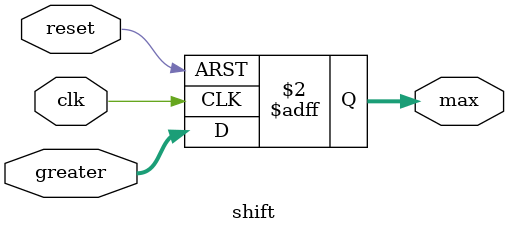
<source format=v>
module sunflower_prj(input CLOCK_50,
                     input [0:0] KEY,
                     input [11:0] ADC_value,
                     output [11:0] max
                     );

   reg [11:0] greatest =  12'b0;
   wire [11:0] greater;

   // Module connections
   max_value_comparator comp1(ADC_value, greatest, greater);

always @(posedge CLOCK_50) begin
       greatest <= greater; // Update greatest value on each clock cycle
   end

   shift s1(CLOCK_50, KEY[0], greater, max);

endmodule

// Comparator: Takes in 2 12-bit voltage values and outputs the greater value
module max_value_comparator(compare, greatest, greater);
   input [11:0] compare, greatest;
   output [11:0] greater;

assign greater = (compare > greatest) ? compare : greatest;

endmodule

// Register: Stores the current max voltage
module shift(clk, reset, greater, max);
   input clk, reset;
   input [11:0] greater;
   output reg [11:0] max;

   always @(posedge clk  or posedge reset) begin
       if (reset) begin
           max <= 12'b0; // Reset value
       end else begin
           max <= greater; // Update value if enabled
       end
   end
endmodule
</source>
